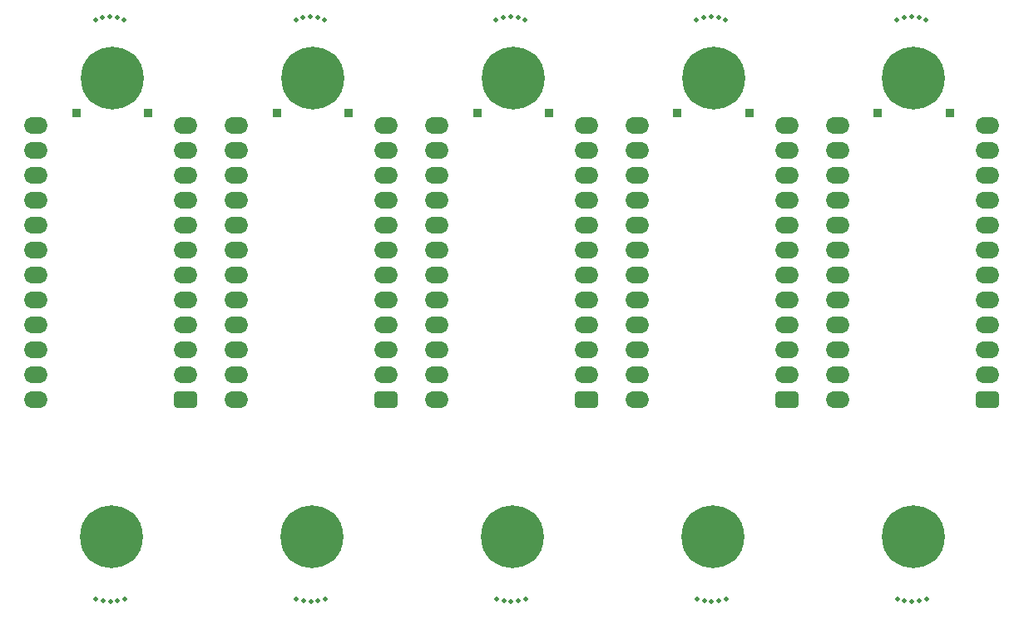
<source format=gbr>
%TF.GenerationSoftware,KiCad,Pcbnew,6.0.3-a3aad9c10e~116~ubuntu20.04.1*%
%TF.CreationDate,2022-03-20T14:38:18+01:00*%
%TF.ProjectId,5xPro_Micro_GPIB,35785072-6f5f-44d6-9963-726f5f475049,rev?*%
%TF.SameCoordinates,Original*%
%TF.FileFunction,Soldermask,Bot*%
%TF.FilePolarity,Negative*%
%FSLAX46Y46*%
G04 Gerber Fmt 4.6, Leading zero omitted, Abs format (unit mm)*
G04 Created by KiCad (PCBNEW 6.0.3-a3aad9c10e~116~ubuntu20.04.1) date 2022-03-20 14:38:18*
%MOMM*%
%LPD*%
G01*
G04 APERTURE LIST*
G04 Aperture macros list*
%AMRoundRect*
0 Rectangle with rounded corners*
0 $1 Rounding radius*
0 $2 $3 $4 $5 $6 $7 $8 $9 X,Y pos of 4 corners*
0 Add a 4 corners polygon primitive as box body*
4,1,4,$2,$3,$4,$5,$6,$7,$8,$9,$2,$3,0*
0 Add four circle primitives for the rounded corners*
1,1,$1+$1,$2,$3*
1,1,$1+$1,$4,$5*
1,1,$1+$1,$6,$7*
1,1,$1+$1,$8,$9*
0 Add four rect primitives between the rounded corners*
20,1,$1+$1,$2,$3,$4,$5,0*
20,1,$1+$1,$4,$5,$6,$7,0*
20,1,$1+$1,$6,$7,$8,$9,0*
20,1,$1+$1,$8,$9,$2,$3,0*%
G04 Aperture macros list end*
%ADD10R,0.900000X0.900000*%
%ADD11C,0.500000*%
%ADD12C,0.800000*%
%ADD13C,6.400000*%
%ADD14RoundRect,0.425000X0.775000X-0.425000X0.775000X0.425000X-0.775000X0.425000X-0.775000X-0.425000X0*%
%ADD15O,2.400000X1.700000*%
G04 APERTURE END LIST*
D10*
%TO.C,J8*%
X132340000Y-76000000D03*
%TD*%
D11*
%TO.C,mouse-bite-2mm-slot1*%
X116155930Y-125673530D03*
X115405930Y-125773530D03*
X113955930Y-125473530D03*
X114655930Y-125673530D03*
X116905930Y-125473530D03*
%TD*%
D10*
%TO.C,J12*%
X160040000Y-75980000D03*
%TD*%
D12*
%TO.C,REF\u002A\u002A6*%
X153984000Y-72392000D03*
X158081056Y-70694944D03*
D13*
X156384000Y-72392000D03*
D12*
X154686944Y-70694944D03*
X156384000Y-69992000D03*
X156384000Y-74792000D03*
X158081056Y-74089056D03*
X154686944Y-74089056D03*
X158784000Y-72392000D03*
%TD*%
D10*
%TO.C,J9*%
X139640000Y-75980000D03*
%TD*%
D14*
%TO.C,U2*%
X123103045Y-105181268D03*
D15*
X123103045Y-102641268D03*
X123103045Y-100101268D03*
X123103045Y-97561268D03*
X123103045Y-95021268D03*
X123103045Y-92481268D03*
X123103045Y-89941268D03*
X123103045Y-87401268D03*
X123103045Y-84861268D03*
X123103045Y-82321268D03*
X123103045Y-79781268D03*
X123103045Y-77241268D03*
X107863045Y-77241268D03*
X107863045Y-79781268D03*
X107863045Y-82321268D03*
X107863045Y-84861268D03*
X107863045Y-87401268D03*
X107863045Y-89941268D03*
X107863045Y-92481268D03*
X107863045Y-95021268D03*
X107863045Y-97561268D03*
X107863045Y-100101268D03*
X107863045Y-102641268D03*
X107863045Y-105181268D03*
%TD*%
D11*
%TO.C,mouse-bite-2mm-slot3*%
X137305930Y-125473530D03*
X135055930Y-125673530D03*
X135805930Y-125773530D03*
X134355930Y-125473530D03*
X136555930Y-125673530D03*
%TD*%
D13*
%TO.C,REF\u002A\u002A8*%
X176784000Y-72392000D03*
D12*
X175086944Y-74089056D03*
X175086944Y-70694944D03*
X176784000Y-69992000D03*
X179184000Y-72392000D03*
X176784000Y-74792000D03*
X174384000Y-72392000D03*
X178481056Y-74089056D03*
X178481056Y-70694944D03*
%TD*%
D14*
%TO.C,U4*%
X163903045Y-105181268D03*
D15*
X163903045Y-102641268D03*
X163903045Y-100101268D03*
X163903045Y-97561268D03*
X163903045Y-95021268D03*
X163903045Y-92481268D03*
X163903045Y-89941268D03*
X163903045Y-87401268D03*
X163903045Y-84861268D03*
X163903045Y-82321268D03*
X163903045Y-79781268D03*
X163903045Y-77241268D03*
X148663045Y-77241268D03*
X148663045Y-79781268D03*
X148663045Y-82321268D03*
X148663045Y-84861268D03*
X148663045Y-87401268D03*
X148663045Y-89941268D03*
X148663045Y-92481268D03*
X148663045Y-95021268D03*
X148663045Y-97561268D03*
X148663045Y-100101268D03*
X148663045Y-102641268D03*
X148663045Y-105181268D03*
%TD*%
D12*
%TO.C,REF\u002A\u002A7*%
X178461056Y-120849056D03*
X174364000Y-119152000D03*
X178461056Y-117454944D03*
X175066944Y-120849056D03*
X179164000Y-119152000D03*
X176764000Y-121552000D03*
X175066944Y-117454944D03*
X176764000Y-116752000D03*
D13*
X176764000Y-119152000D03*
%TD*%
D11*
%TO.C,mouse-bite-2mm-slot2*%
X114632070Y-66246470D03*
X116132070Y-66246470D03*
X113882070Y-66446470D03*
X116832070Y-66446470D03*
X115382070Y-66146470D03*
%TD*%
D10*
%TO.C,J14*%
X173140000Y-76000000D03*
%TD*%
D11*
%TO.C,mouse-bite-2mm-slot5*%
X154755930Y-125473530D03*
X157705930Y-125473530D03*
X155455930Y-125673530D03*
X156955930Y-125673530D03*
X156205930Y-125773530D03*
%TD*%
D10*
%TO.C,J2*%
X91540000Y-76000000D03*
%TD*%
%TO.C,J5*%
X111940000Y-76000000D03*
%TD*%
D12*
%TO.C,REF\u002A\u002A1*%
X115564000Y-121552000D03*
X115564000Y-116752000D03*
D13*
X115564000Y-119152000D03*
D12*
X117261056Y-120849056D03*
X113164000Y-119152000D03*
X117964000Y-119152000D03*
X117261056Y-117454944D03*
X113866944Y-120849056D03*
X113866944Y-117454944D03*
%TD*%
D14*
%TO.C,U3*%
X143503045Y-105181268D03*
D15*
X143503045Y-102641268D03*
X143503045Y-100101268D03*
X143503045Y-97561268D03*
X143503045Y-95021268D03*
X143503045Y-92481268D03*
X143503045Y-89941268D03*
X143503045Y-87401268D03*
X143503045Y-84861268D03*
X143503045Y-82321268D03*
X143503045Y-79781268D03*
X143503045Y-77241268D03*
X128263045Y-77241268D03*
X128263045Y-79781268D03*
X128263045Y-82321268D03*
X128263045Y-84861268D03*
X128263045Y-87401268D03*
X128263045Y-89941268D03*
X128263045Y-92481268D03*
X128263045Y-95021268D03*
X128263045Y-97561268D03*
X128263045Y-100101268D03*
X128263045Y-102641268D03*
X128263045Y-105181268D03*
%TD*%
D11*
%TO.C,mouse-bite-2mm-slot*%
X95755930Y-125673530D03*
X93555930Y-125473530D03*
X95005930Y-125773530D03*
X96505930Y-125473530D03*
X94255930Y-125673530D03*
%TD*%
D12*
%TO.C,REF\u002A\u002A4*%
X134286944Y-70694944D03*
D13*
X135984000Y-72392000D03*
D12*
X137681056Y-70694944D03*
X135984000Y-74792000D03*
X137681056Y-74089056D03*
X133584000Y-72392000D03*
X134286944Y-74089056D03*
X138384000Y-72392000D03*
X135984000Y-69992000D03*
%TD*%
D11*
%TO.C,mouse-bite-2mm-slot7*%
X175155930Y-125473530D03*
X176605930Y-125773530D03*
X177355930Y-125673530D03*
X178105930Y-125473530D03*
X175855930Y-125673530D03*
%TD*%
D14*
%TO.C,U1*%
X102703045Y-105181268D03*
D15*
X102703045Y-102641268D03*
X102703045Y-100101268D03*
X102703045Y-97561268D03*
X102703045Y-95021268D03*
X102703045Y-92481268D03*
X102703045Y-89941268D03*
X102703045Y-87401268D03*
X102703045Y-84861268D03*
X102703045Y-82321268D03*
X102703045Y-79781268D03*
X102703045Y-77241268D03*
X87463045Y-77241268D03*
X87463045Y-79781268D03*
X87463045Y-82321268D03*
X87463045Y-84861268D03*
X87463045Y-87401268D03*
X87463045Y-89941268D03*
X87463045Y-92481268D03*
X87463045Y-95021268D03*
X87463045Y-97561268D03*
X87463045Y-100101268D03*
X87463045Y-102641268D03*
X87463045Y-105181268D03*
%TD*%
D10*
%TO.C,J3*%
X98840000Y-75980000D03*
%TD*%
D11*
%TO.C,mouse-bite-2mm-slot4*%
X136532070Y-66246470D03*
X134282070Y-66446470D03*
X135032070Y-66246470D03*
X137232070Y-66446470D03*
X135782070Y-66146470D03*
%TD*%
%TO.C,mouse-bite-2mm-slot*%
X93482070Y-66446470D03*
X94982070Y-66146470D03*
X96432070Y-66446470D03*
X94232070Y-66246470D03*
X95732070Y-66246470D03*
%TD*%
D12*
%TO.C,REF\u002A\u002A*%
X96881056Y-70694944D03*
X93486944Y-70694944D03*
X97584000Y-72392000D03*
X95184000Y-69992000D03*
X93486944Y-74089056D03*
D13*
X95184000Y-72392000D03*
D12*
X96881056Y-74089056D03*
X92784000Y-72392000D03*
X95184000Y-74792000D03*
%TD*%
D13*
%TO.C,REF\u002A\u002A*%
X95164000Y-119152000D03*
D12*
X92764000Y-119152000D03*
X93466944Y-120849056D03*
X95164000Y-116752000D03*
X97564000Y-119152000D03*
X95164000Y-121552000D03*
X96861056Y-117454944D03*
X93466944Y-117454944D03*
X96861056Y-120849056D03*
%TD*%
D10*
%TO.C,J6*%
X119240000Y-75980000D03*
%TD*%
D12*
%TO.C,REF\u002A\u002A2*%
X117281056Y-70694944D03*
X117281056Y-74089056D03*
D13*
X115584000Y-72392000D03*
D12*
X117984000Y-72392000D03*
X113886944Y-70694944D03*
X115584000Y-69992000D03*
X113184000Y-72392000D03*
X115584000Y-74792000D03*
X113886944Y-74089056D03*
%TD*%
D14*
%TO.C,U5*%
X184303045Y-105181268D03*
D15*
X184303045Y-102641268D03*
X184303045Y-100101268D03*
X184303045Y-97561268D03*
X184303045Y-95021268D03*
X184303045Y-92481268D03*
X184303045Y-89941268D03*
X184303045Y-87401268D03*
X184303045Y-84861268D03*
X184303045Y-82321268D03*
X184303045Y-79781268D03*
X184303045Y-77241268D03*
X169063045Y-77241268D03*
X169063045Y-79781268D03*
X169063045Y-82321268D03*
X169063045Y-84861268D03*
X169063045Y-87401268D03*
X169063045Y-89941268D03*
X169063045Y-92481268D03*
X169063045Y-95021268D03*
X169063045Y-97561268D03*
X169063045Y-100101268D03*
X169063045Y-102641268D03*
X169063045Y-105181268D03*
%TD*%
D12*
%TO.C,REF\u002A\u002A3*%
X137661056Y-117454944D03*
X133564000Y-119152000D03*
X134266944Y-120849056D03*
X135964000Y-121552000D03*
D13*
X135964000Y-119152000D03*
D12*
X138364000Y-119152000D03*
X135964000Y-116752000D03*
X137661056Y-120849056D03*
X134266944Y-117454944D03*
%TD*%
%TO.C,REF\u002A\u002A5*%
X153964000Y-119152000D03*
X158764000Y-119152000D03*
D13*
X156364000Y-119152000D03*
D12*
X154666944Y-117454944D03*
X158061056Y-120849056D03*
X156364000Y-121552000D03*
X158061056Y-117454944D03*
X154666944Y-120849056D03*
X156364000Y-116752000D03*
%TD*%
D10*
%TO.C,J15*%
X180440000Y-75980000D03*
%TD*%
%TO.C,J11*%
X152740000Y-76000000D03*
%TD*%
D11*
%TO.C,mouse-bite-2mm-slot6*%
X156932070Y-66246470D03*
X157632070Y-66446470D03*
X156182070Y-66146470D03*
X154682070Y-66446470D03*
X155432070Y-66246470D03*
%TD*%
%TO.C,mouse-bite-2mm-slot8*%
X175832070Y-66246470D03*
X178032070Y-66446470D03*
X176582070Y-66146470D03*
X177332070Y-66246470D03*
X175082070Y-66446470D03*
%TD*%
M02*

</source>
